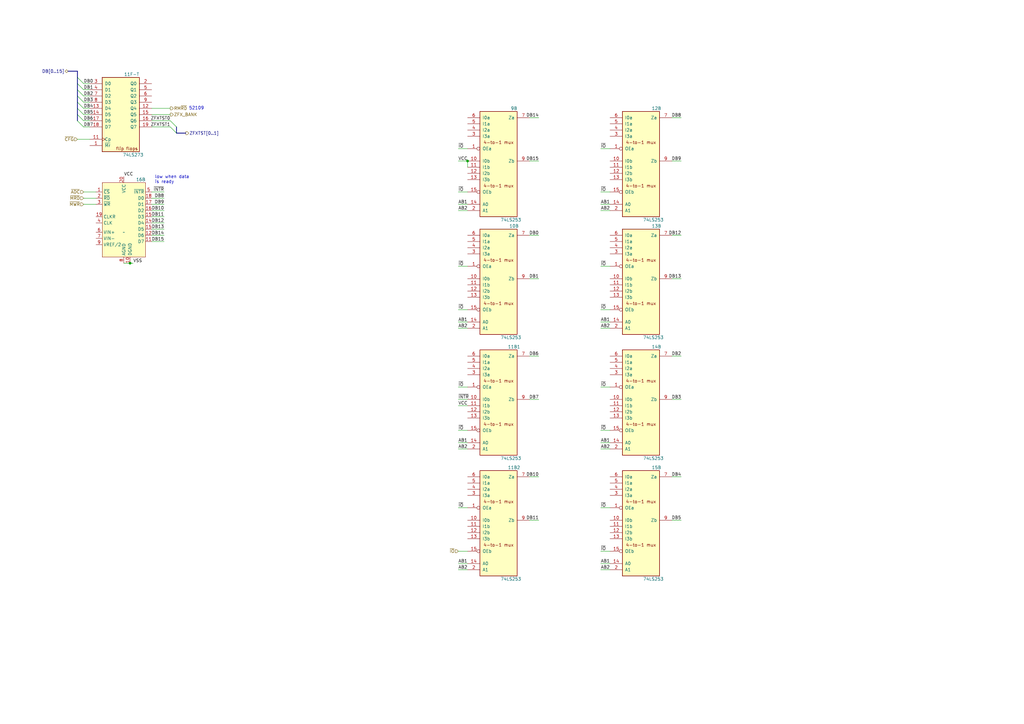
<source format=kicad_sch>
(kicad_sch (version 20231120) (generator "eeschema") (generator_version "8.0")
  (paper "A3")
  (title_block (title "Cabinet input/output") (date "2025-06-21") (company "JOTEGO"))
  (lib_symbols
    (symbol "arcade:ADC0804LCN"
      (property "Reference" "U" (at 8.89 16.51 0))
      (symbol "ADC0804LCN_1_1"
        (rectangle (start -8.89 15.24) (end 8.89 -15.24) (fill (type background)))
        (pin input line (at -11.43 11.43 0) (length 2.54) (name "~{CS}") (number "1"))
        (pin power_in line (at 2.54 -17.78 90) (length 2.54) (name "DGND") (number "10"))
        (pin tri_state line (at 11.43 -8.89 180) (length 2.54) (name "D7") (number "11"))
        (pin tri_state line (at 11.43 -6.35 180) (length 2.54) (name "D6") (number "12"))
        (pin tri_state line (at 11.43 -1.27 180) (length 2.54) (name "D4") (number "14"))
        (pin tri_state line (at 11.43 1.27 180) (length 2.54) (name "D3") (number "15"))
        (pin tri_state line (at 11.43 -3.81 180) (length 2.54) (name "D5") (number "15"))
        (pin tri_state line (at 11.43 3.81 180) (length 2.54) (name "D2") (number "16"))
        (pin tri_state line (at 11.43 6.35 180) (length 2.54) (name "D1") (number "17"))
        (pin tri_state line (at 11.43 8.89 180) (length 2.54) (name "D0") (number "18"))
        (pin passive line (at -11.43 1.27 0) (length 2.54) (name "CLKR") (number "19"))
        (pin input line (at -11.43 8.89 0) (length 2.54) (name "~{RD}") (number "2"))
        (pin power_in line (at 0 17.78 270) (length 2.54) (name "VCC") (number "20"))
        (pin input line (at -11.43 6.35 0) (length 2.54) (name "~{WR}") (number "3"))
        (pin input line (at -11.43 -1.27 0) (length 2.54) (name "CLK") (number "4"))
        (pin output line (at 11.43 11.43 180) (length 2.54) (name "~{INTR}") (number "5"))
        (pin passive line (at -11.43 -5.08 0) (length 2.54) (name "VIN+") (number "6"))
        (pin passive line (at -11.43 -7.62 0) (length 2.54) (name "VIN-") (number "7"))
        (pin power_in line (at 0 -17.78 90) (length 2.54) (name "AGND") (number "8"))
        (pin passive line (at -11.43 -10.16 0) (length 2.54) (name "VREF/2") (number "9"))
      )
    )
    (symbol "jt74:74LS253" (pin_names (offset 1.016))
      (property "Reference" "U" (at 6.35 21.59 0))
      (property "Value" "74LS253" (at 5.08 -24.13 0))
      (symbol "74LS253_0_0"
        (text "4-to-1 mux" (at 0 -10.16 0) (effects (font (size 1.27 1.27))))
        (text "4-to-1 mux" (at 0 7.62 0) (effects (font (size 1.27 1.27))))
      )
      (symbol "74LS253_1_0"
        (pin input inverted (at -12.7 5.08 0) (length 5.08) (name "OEa") (number "1"))
        (pin input line (at -12.7 0 0) (length 5.08) (name "I0b") (number "10"))
        (pin input line (at -12.7 -2.54 0) (length 5.08) (name "I1b") (number "11"))
        (pin input line (at -12.7 -5.08 0) (length 5.08) (name "I2b") (number "12"))
        (pin input line (at -12.7 -7.62 0) (length 5.08) (name "I3b") (number "13"))
        (pin input line (at -12.7 -17.78 0) (length 5.08) (name "A0") (number "14"))
        (pin input inverted (at -12.7 -12.7 0) (length 5.08) (name "OEb") (number "15"))
        (pin power_in line (at 0 20.32 270) (length 5.08) hide (name "VCC") (number "16"))
        (pin input line (at -12.7 -20.32 0) (length 5.08) (name "A1") (number "2"))
        (pin input line (at -12.7 10.16 0) (length 5.08) (name "I3a") (number "3"))
        (pin input line (at -12.7 12.7 0) (length 5.08) (name "I2a") (number "4"))
        (pin input line (at -12.7 15.24 0) (length 5.08) (name "I1a") (number "5"))
        (pin input line (at -12.7 17.78 0) (length 5.08) (name "I0a") (number "6"))
        (pin tri_state line (at 12.7 17.78 180) (length 5.08) (name "Za") (number "7"))
        (pin power_in line (at 0 -22.86 90) (length 5.08) hide (name "GND") (number "8"))
        (pin tri_state line (at 12.7 0 180) (length 5.08) (name "Zb") (number "9"))
      )
      (symbol "74LS253_1_1"
        (rectangle (start -7.62 20.32) (end 7.62 -22.86) (stroke (width 0.254)) (fill (type background)))
      )
    )
    (symbol "jt74:74LS273" (pin_names (offset 1.016))
      (property "Reference" "U" (at 7.62 16.51 0))
      (property "Value" "74LS273" (at 5.08 -16.51 0))
      (symbol "74LS273_0_0"
        (text "flip flops" (at 2.54 -13.97 0) (effects (font (size 1.27 1.27))))
      )
      (symbol "74LS273_1_0"
        (pin input line (at -12.7 -12.7 0) (length 5.08) (name "~{Mr}") (number "1"))
        (pin power_in line (at 0 -15.24 90) (length 1.27) hide (name "GND") (number "10"))
        (pin input clock (at -12.7 -10.16 0) (length 5.08) (name "Cp") (number "11"))
        (pin output line (at 12.7 2.54 180) (length 5.08) (name "Q4") (number "12"))
        (pin input line (at -12.7 2.54 0) (length 5.08) (name "D4") (number "13"))
        (pin input line (at -12.7 0 0) (length 5.08) (name "D5") (number "14"))
        (pin output line (at 12.7 0 180) (length 5.08) (name "Q5") (number "15"))
        (pin output line (at 12.7 -2.54 180) (length 5.08) (name "Q6") (number "16"))
        (pin input line (at -12.7 -2.54 0) (length 5.08) (name "D6") (number "17"))
        (pin input line (at -12.7 -5.08 0) (length 5.08) (name "D7") (number "18"))
        (pin output line (at 12.7 -5.08 180) (length 5.08) (name "Q7") (number "19"))
        (pin output line (at 12.7 12.7 180) (length 5.08) (name "Q0") (number "2"))
        (pin power_in line (at 0 15.24 270) (length 1.27) hide (name "VCC") (number "20"))
        (pin input line (at -12.7 12.7 0) (length 5.08) (name "D0") (number "3"))
        (pin input line (at -12.7 10.16 0) (length 5.08) (name "D1") (number "4"))
        (pin output line (at 12.7 10.16 180) (length 5.08) (name "Q1") (number "5"))
        (pin output line (at 12.7 7.62 180) (length 5.08) (name "Q2") (number "6"))
        (pin input line (at -12.7 7.62 0) (length 5.08) (name "D2") (number "7"))
        (pin input line (at -12.7 5.08 0) (length 5.08) (name "D3") (number "8"))
        (pin output line (at 12.7 5.08 180) (length 5.08) (name "Q3") (number "9"))
      )
      (symbol "74LS273_1_1"
        (rectangle (start -7.62 15.24) (end 7.62 -15.24) (stroke (width 0.254)) (fill (type background)))
      )
    )
  )
  (junction (at 53.34 107.95))
  (junction (at 191.77 66.04))
  (bus_entry (at 69.85 49.53) (size 2.54 2.54))
  (bus_entry (at 34.29 39.37) (size -2.54 -2.54))
  (bus_entry (at 34.29 46.99) (size -2.54 -2.54))
  (bus_entry (at 34.29 52.07) (size -2.54 -2.54))
  (bus_entry (at 34.29 41.91) (size -2.54 -2.54))
  (bus_entry (at 69.85 52.07) (size 2.54 2.54))
  (bus_entry (at 34.29 34.29) (size -2.54 -2.54))
  (bus_entry (at 34.29 49.53) (size -2.54 -2.54))
  (bus_entry (at 34.29 36.83) (size -2.54 -2.54))
  (bus_entry (at 34.29 44.45) (size -2.54 -2.54))
  (wire (pts (xy 217.17 114.3) (xy 220.98 114.3)))
  (wire (pts (xy 246.38 208.28) (xy 250.19 208.28)))
  (wire (pts (xy 217.17 48.26) (xy 220.98 48.26)))
  (bus (pts (xy 31.75 41.91) (xy 31.75 44.45)))
  (wire (pts (xy 187.96 127) (xy 191.77 127)))
  (wire (pts (xy 31.75 57.15) (xy 36.83 57.15)))
  (wire (pts (xy 246.38 134.62) (xy 250.19 134.62)))
  (wire (pts (xy 246.38 158.75) (xy 250.19 158.75)))
  (bus (pts (xy 72.39 54.61) (xy 76.2 54.61)))
  (wire (pts (xy 62.23 81.28) (xy 67.31 81.28)))
  (wire (pts (xy 36.83 36.83) (xy 34.29 36.83)))
  (wire (pts (xy 36.83 39.37) (xy 34.29 39.37)))
  (wire (pts (xy 187.96 83.82) (xy 191.77 83.82)))
  (bus (pts (xy 31.75 39.37) (xy 31.75 41.91)))
  (bus (pts (xy 27.94 29.21) (xy 31.75 29.21)))
  (wire (pts (xy 187.96 181.61) (xy 191.77 181.61)))
  (wire (pts (xy 275.59 48.26) (xy 279.4 48.26)))
  (wire (pts (xy 217.17 213.36) (xy 220.98 213.36)))
  (bus (pts (xy 31.75 44.45) (xy 31.75 46.99)))
  (wire (pts (xy 246.38 176.53) (xy 250.19 176.53)))
  (wire (pts (xy 62.23 49.53) (xy 69.85 49.53)))
  (wire (pts (xy 36.83 41.91) (xy 34.29 41.91)))
  (wire (pts (xy 36.83 44.45) (xy 34.29 44.45)))
  (wire (pts (xy 275.59 163.83) (xy 279.4 163.83)))
  (wire (pts (xy 246.38 60.96) (xy 250.19 60.96)))
  (wire (pts (xy 187.96 226.06) (xy 191.77 226.06)))
  (wire (pts (xy 36.83 49.53) (xy 34.29 49.53)))
  (wire (pts (xy 275.59 146.05) (xy 279.4 146.05)))
  (wire (pts (xy 246.38 78.74) (xy 250.19 78.74)))
  (wire (pts (xy 187.96 60.96) (xy 191.77 60.96)))
  (wire (pts (xy 246.38 181.61) (xy 250.19 181.61)))
  (wire (pts (xy 246.38 132.08) (xy 250.19 132.08)))
  (wire (pts (xy 62.23 91.44) (xy 67.31 91.44)))
  (wire (pts (xy 50.8 107.95) (xy 53.34 107.95)))
  (wire (pts (xy 275.59 195.58) (xy 279.4 195.58)))
  (wire (pts (xy 187.96 208.28) (xy 191.77 208.28)))
  (wire (pts (xy 246.38 83.82) (xy 250.19 83.82)))
  (wire (pts (xy 53.34 107.95) (xy 54.61 107.95)))
  (wire (pts (xy 187.96 134.62) (xy 191.77 134.62)))
  (wire (pts (xy 187.96 233.68) (xy 191.77 233.68)))
  (wire (pts (xy 62.23 52.07) (xy 69.85 52.07)))
  (wire (pts (xy 187.96 163.83) (xy 191.77 163.83)))
  (wire (pts (xy 217.17 163.83) (xy 220.98 163.83)))
  (wire (pts (xy 62.23 96.52) (xy 67.31 96.52)))
  (wire (pts (xy 34.29 83.82) (xy 39.37 83.82)))
  (wire (pts (xy 246.38 127) (xy 250.19 127)))
  (bus (pts (xy 31.75 34.29) (xy 31.75 36.83)))
  (bus (pts (xy 72.39 52.07) (xy 72.39 54.61)))
  (bus (pts (xy 31.75 29.21) (xy 31.75 31.75)))
  (wire (pts (xy 217.17 96.52) (xy 220.98 96.52)))
  (wire (pts (xy 187.96 166.37) (xy 191.77 166.37)))
  (wire (pts (xy 187.96 176.53) (xy 191.77 176.53)))
  (wire (pts (xy 275.59 114.3) (xy 279.4 114.3)))
  (wire (pts (xy 191.77 66.04) (xy 191.77 68.58)))
  (wire (pts (xy 187.96 184.15) (xy 191.77 184.15)))
  (wire (pts (xy 217.17 195.58) (xy 220.98 195.58)))
  (wire (pts (xy 187.96 109.22) (xy 191.77 109.22)))
  (wire (pts (xy 187.96 66.04) (xy 191.77 66.04)))
  (wire (pts (xy 246.38 233.68) (xy 250.19 233.68)))
  (wire (pts (xy 217.17 146.05) (xy 220.98 146.05)))
  (wire (pts (xy 34.29 78.74) (xy 39.37 78.74)))
  (bus (pts (xy 31.75 31.75) (xy 31.75 34.29)))
  (wire (pts (xy 246.38 184.15) (xy 250.19 184.15)))
  (wire (pts (xy 62.23 99.06) (xy 67.31 99.06)))
  (wire (pts (xy 187.96 158.75) (xy 191.77 158.75)))
  (wire (pts (xy 217.17 66.04) (xy 220.98 66.04)))
  (wire (pts (xy 187.96 231.14) (xy 191.77 231.14)))
  (wire (pts (xy 62.23 93.98) (xy 67.31 93.98)))
  (wire (pts (xy 62.23 78.74) (xy 67.31 78.74)))
  (wire (pts (xy 275.59 66.04) (xy 279.4 66.04)))
  (wire (pts (xy 246.38 231.14) (xy 250.19 231.14)))
  (bus (pts (xy 31.75 46.99) (xy 31.75 49.53)))
  (wire (pts (xy 62.23 88.9) (xy 67.31 88.9)))
  (wire (pts (xy 187.96 132.08) (xy 191.77 132.08)))
  (wire (pts (xy 36.83 34.29) (xy 34.29 34.29)))
  (wire (pts (xy 246.38 86.36) (xy 250.19 86.36)))
  (wire (pts (xy 36.83 52.07) (xy 34.29 52.07)))
  (wire (pts (xy 246.38 109.22) (xy 250.19 109.22)))
  (wire (pts (xy 62.23 46.99) (xy 69.85 46.99)))
  (wire (pts (xy 275.59 213.36) (xy 279.4 213.36)))
  (wire (pts (xy 187.96 78.74) (xy 191.77 78.74)))
  (wire (pts (xy 34.29 81.28) (xy 39.37 81.28)))
  (wire (pts (xy 187.96 86.36) (xy 191.77 86.36)))
  (wire (pts (xy 62.23 44.45) (xy 69.85 44.45)))
  (wire (pts (xy 36.83 46.99) (xy 34.29 46.99)))
  (wire (pts (xy 246.38 226.06) (xy 250.19 226.06)))
  (wire (pts (xy 62.23 83.82) (xy 67.31 83.82)))
  (bus (pts (xy 31.75 36.83) (xy 31.75 39.37)))
  (wire (pts (xy 275.59 96.52) (xy 279.4 96.52)))
  (wire (pts (xy 62.23 86.36) (xy 67.31 86.36)))
  (text "52109" (at 77.47 44.45 0) (effects (font (size 1.27 1.27)) (justify left)))
  (text "low when data\nis ready" (at 63.5 73.66 0) (effects (font (size 1.27 1.27)) (justify left)))
  (label "VCC" (at 50.8 72.39 0))
  (label "AB2" (at 246.38 233.68 0))
  (label "ZFXTST1" (at 69.85 52.07 180))
  (label "AB2" (at 246.38 134.62 0))
  (label "AB1" (at 187.96 132.08 0))
  (label "AB2" (at 187.96 86.36 0))
  (label "~{IO}" (at 246.38 208.28 0))
  (label "DB7" (at 220.98 163.83 180))
  (label "DB1" (at 220.98 114.3 180))
  (label "~{IO}" (at 246.38 176.53 0))
  (label "DB14" (at 67.31 96.52 180))
  (label "AB1" (at 246.38 181.61 0))
  (label "DB5" (at 34.29 46.99 0))
  (label "~{IO}" (at 246.38 226.06 0))
  (label "AB2" (at 246.38 86.36 0))
  (label "~{IO}" (at 246.38 109.22 0))
  (label "DB15" (at 220.98 66.04 180))
  (label "DB0" (at 220.98 96.52 180))
  (label "AB2" (at 187.96 184.15 0))
  (label "DB11" (at 67.31 88.9 180))
  (label "DB0" (at 34.29 34.29 0))
  (label "DB3" (at 34.29 41.91 0))
  (label "DB15" (at 67.31 99.06 180))
  (label "VCC" (at 187.96 166.37 0))
  (label "DB8" (at 67.31 81.28 180))
  (label "DB9" (at 67.31 83.82 180))
  (label "DB6" (at 220.98 146.05 180))
  (label "DB5" (at 279.4 213.36 180))
  (label "VCC" (at 187.96 66.04 0))
  (label "AB1" (at 187.96 231.14 0))
  (label "DB8" (at 279.4 48.26 180))
  (label "DB12" (at 67.31 91.44 180))
  (label "VSS" (at 54.61 107.95 0))
  (label "DB2" (at 34.29 39.37 0))
  (label "DB11" (at 220.98 213.36 180))
  (label "AB1" (at 187.96 83.82 0))
  (label "AB1" (at 246.38 231.14 0))
  (label "AB2" (at 187.96 134.62 0))
  (label "DB12" (at 279.4 96.52 180))
  (label "DB13" (at 279.4 114.3 180))
  (label "DB10" (at 67.31 86.36 180))
  (label "DB4" (at 34.29 44.45 0))
  (label "DB14" (at 220.98 48.26 180))
  (label "~{IO}" (at 187.96 127 0))
  (label "AB1" (at 187.96 181.61 0))
  (label "~{IO}" (at 246.38 60.96 0))
  (label "DB2" (at 279.4 146.05 180))
  (label "DB9" (at 279.4 66.04 180))
  (label "DB1" (at 34.29 36.83 0))
  (label "AB1" (at 246.38 132.08 0))
  (label "AB2" (at 187.96 233.68 0))
  (label "ZFXTST0" (at 69.85 49.53 180))
  (label "DB13" (at 67.31 93.98 180))
  (label "~{INTR}" (at 187.96 163.83 0))
  (label "~{IO}" (at 246.38 78.74 0))
  (label "~{IO}" (at 187.96 208.28 0))
  (label "DB7" (at 34.29 52.07 0))
  (label "DB4" (at 279.4 195.58 180))
  (label "DB6" (at 34.29 49.53 0))
  (label "~{IO}" (at 187.96 60.96 0))
  (label "~{IO}" (at 187.96 109.22 0))
  (label "~{IO}" (at 187.96 158.75 0))
  (label "~{IO}" (at 187.96 78.74 0))
  (label "AB1" (at 246.38 83.82 0))
  (label "~{IO}" (at 187.96 176.53 0))
  (label "~{IO}" (at 246.38 127 0))
  (label "DB3" (at 279.4 163.83 180))
  (label "AB2" (at 246.38 184.15 0))
  (label "DB10" (at 220.98 195.58 180))
  (label "~{INTR}" (at 67.31 78.74 180))
  (label "~{IO}" (at 246.38 158.75 0))
  (hierarchical_label "~{IO}" (shape input) (at 187.96 226.06 180))
  (hierarchical_label "ZFX_BANK" (shape output) (at 69.85 46.99 0))
  (hierarchical_label "~{ADC}" (shape input) (at 34.29 78.74 180))
  (hierarchical_label "RM~{RD}" (shape output) (at 69.85 44.45 0))
  (hierarchical_label "DB[0..15]" (shape bidirectional) (at 27.94 29.21 180))
  (hierarchical_label "~{MRD}" (shape input) (at 34.29 81.28 180))
  (hierarchical_label "~{MWR}" (shape input) (at 34.29 83.82 180))
  (hierarchical_label "~{CFG}" (shape input) (at 31.75 57.15 180))
  (hierarchical_label "ZFXTST[0..1]" (shape output) (at 76.2 54.61 0))
  (symbol (lib_id "jt74:74LS253") (at 262.89 163.83 0) (unit 1)
    (property "Reference" "14B" (at 269.24 142.24 0))
    (property "Value" "74LS253" (at 267.97 187.96 0))
    (property "Datasheet" "http://www.ti.com/lit/gpn/sn74LS253" (effects (hide yes)))
    (property "Description" "Dual Multiplexer 4 to 1, 3-State Outputs" (effects (hide yes)))
  )
  (symbol (lib_id "jt74:74LS253") (at 204.47 66.04 0) (unit 1)
    (property "Reference" "9B" (at 210.82 44.45 0))
    (property "Value" "74LS253" (at 209.55 90.17 0))
    (property "Datasheet" "http://www.ti.com/lit/gpn/sn74LS253" (effects (hide yes)))
    (property "Description" "Dual Multiplexer 4 to 1, 3-State Outputs" (effects (hide yes)))
  )
  (symbol (lib_id "arcade:ADC0804LCN") (at 50.8 90.17 0) (unit 1)
    (property "Reference" "16B" (at 59.69 73.66 0) (effects (justify right)))
    (property "Value" "~" (at 50.8 95.25 0))
    (property "Datasheet" "https://www.alldatasheet.com/datasheet-pdf/view/539611/TI/ADC0804LCN.html" (effects (hide yes)))
    (property "Description" "8-BIT CPU compatible A/D converter" (effects (hide yes)))
  )
  (symbol (lib_id "jt74:74LS273") (at 49.53 46.99 0) (unit 1)
    (property "Reference" "11F-T" (at 57.15 30.48 0) (effects (justify right)))
    (property "Value" "74LS273" (at 54.61 63.5 0))
    (property "Datasheet" "http://www.ti.com/lit/gpn/sn74LS273" (effects (hide yes)))
    (property "Description" "8-bit D Flip-Flop, reset" (effects (hide yes)))
  )
  (symbol (lib_id "jt74:74LS253") (at 262.89 66.04 0) (unit 1)
    (property "Reference" "12B" (at 269.24 44.45 0))
    (property "Value" "74LS253" (at 267.97 90.17 0))
    (property "Datasheet" "http://www.ti.com/lit/gpn/sn74LS253" (effects (hide yes)))
    (property "Description" "Dual Multiplexer 4 to 1, 3-State Outputs" (effects (hide yes)))
  )
  (symbol (lib_id "jt74:74LS253") (at 204.47 114.3 0) (unit 1)
    (property "Reference" "10B" (at 210.82 92.71 0))
    (property "Value" "74LS253" (at 209.55 138.43 0))
    (property "Datasheet" "http://www.ti.com/lit/gpn/sn74LS253" (effects (hide yes)))
    (property "Description" "Dual Multiplexer 4 to 1, 3-State Outputs" (effects (hide yes)))
  )
  (symbol (lib_id "jt74:74LS253") (at 204.47 163.83 0) (unit 1)
    (property "Reference" "11B1" (at 210.82 142.24 0))
    (property "Value" "74LS253" (at 209.55 187.96 0))
    (property "Datasheet" "http://www.ti.com/lit/gpn/sn74LS253" (effects (hide yes)))
    (property "Description" "Dual Multiplexer 4 to 1, 3-State Outputs" (effects (hide yes)))
  )
  (symbol (lib_id "jt74:74LS253") (at 262.89 114.3 0) (unit 1)
    (property "Reference" "13B" (at 269.24 92.71 0))
    (property "Value" "74LS253" (at 267.97 138.43 0))
    (property "Datasheet" "http://www.ti.com/lit/gpn/sn74LS253" (effects (hide yes)))
    (property "Description" "Dual Multiplexer 4 to 1, 3-State Outputs" (effects (hide yes)))
  )
  (symbol (lib_id "jt74:74LS253") (at 204.47 213.36 0) (unit 1)
    (property "Reference" "11B2" (at 210.82 191.77 0))
    (property "Value" "74LS253" (at 209.55 237.49 0))
    (property "Datasheet" "http://www.ti.com/lit/gpn/sn74LS253" (effects (hide yes)))
    (property "Description" "Dual Multiplexer 4 to 1, 3-State Outputs" (effects (hide yes)))
  )
  (symbol (lib_id "jt74:74LS253") (at 262.89 213.36 0) (unit 1)
    (property "Reference" "15B" (at 269.24 191.77 0))
    (property "Value" "74LS253" (at 267.97 237.49 0))
    (property "Datasheet" "http://www.ti.com/lit/gpn/sn74LS253" (effects (hide yes)))
    (property "Description" "Dual Multiplexer 4 to 1, 3-State Outputs" (effects (hide yes)))
  )
)
</source>
